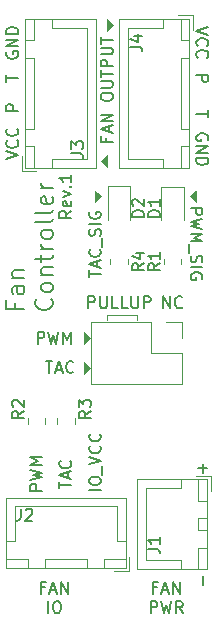
<source format=gto>
G04 #@! TF.GenerationSoftware,KiCad,Pcbnew,5.1.9+dfsg1-1*
G04 #@! TF.CreationDate,2022-11-10T16:02:49+09:00*
G04 #@! TF.ProjectId,fan-expander,66616e2d-6578-4706-916e-6465722e6b69,rev?*
G04 #@! TF.SameCoordinates,Original*
G04 #@! TF.FileFunction,Legend,Top*
G04 #@! TF.FilePolarity,Positive*
%FSLAX46Y46*%
G04 Gerber Fmt 4.6, Leading zero omitted, Abs format (unit mm)*
G04 Created by KiCad (PCBNEW 5.1.9+dfsg1-1) date 2022-11-10 16:02:49*
%MOMM*%
%LPD*%
G01*
G04 APERTURE LIST*
%ADD10C,0.150000*%
%ADD11C,0.100000*%
%ADD12C,0.200000*%
%ADD13C,0.120000*%
%ADD14C,5.600000*%
%ADD15O,2.000000X1.700000*%
%ADD16O,1.700000X1.950000*%
%ADD17O,1.950000X1.700000*%
%ADD18R,1.700000X1.700000*%
%ADD19O,1.700000X1.700000*%
G04 APERTURE END LIST*
D10*
X157047619Y-70500000D02*
X158047619Y-70500000D01*
X158047619Y-70880952D01*
X158000000Y-70976190D01*
X157952380Y-71023809D01*
X157857142Y-71071428D01*
X157714285Y-71071428D01*
X157619047Y-71023809D01*
X157571428Y-70976190D01*
X157523809Y-70880952D01*
X157523809Y-70500000D01*
X158047619Y-71404761D02*
X157047619Y-71642857D01*
X157761904Y-71833333D01*
X157047619Y-72023809D01*
X158047619Y-72261904D01*
X157047619Y-72642857D02*
X158047619Y-72642857D01*
X157333333Y-72976190D01*
X158047619Y-73309523D01*
X157047619Y-73309523D01*
X156952380Y-73547619D02*
X156952380Y-74309523D01*
X157095238Y-74500000D02*
X157047619Y-74642857D01*
X157047619Y-74880952D01*
X157095238Y-74976190D01*
X157142857Y-75023809D01*
X157238095Y-75071428D01*
X157333333Y-75071428D01*
X157428571Y-75023809D01*
X157476190Y-74976190D01*
X157523809Y-74880952D01*
X157571428Y-74690476D01*
X157619047Y-74595238D01*
X157666666Y-74547619D01*
X157761904Y-74500000D01*
X157857142Y-74500000D01*
X157952380Y-74547619D01*
X158000000Y-74595238D01*
X158047619Y-74690476D01*
X158047619Y-74928571D01*
X158000000Y-75071428D01*
X157047619Y-75500000D02*
X158047619Y-75500000D01*
X158000000Y-76500000D02*
X158047619Y-76404761D01*
X158047619Y-76261904D01*
X158000000Y-76119047D01*
X157904761Y-76023809D01*
X157809523Y-75976190D01*
X157619047Y-75928571D01*
X157476190Y-75928571D01*
X157285714Y-75976190D01*
X157190476Y-76023809D01*
X157095238Y-76119047D01*
X157047619Y-76261904D01*
X157047619Y-76357142D01*
X157095238Y-76500000D01*
X157142857Y-76547619D01*
X157476190Y-76547619D01*
X157476190Y-76357142D01*
X148452380Y-76309523D02*
X148452380Y-75738095D01*
X149452380Y-76023809D02*
X148452380Y-76023809D01*
X149166666Y-75452380D02*
X149166666Y-74976190D01*
X149452380Y-75547619D02*
X148452380Y-75214285D01*
X149452380Y-74880952D01*
X149357142Y-73976190D02*
X149404761Y-74023809D01*
X149452380Y-74166666D01*
X149452380Y-74261904D01*
X149404761Y-74404761D01*
X149309523Y-74500000D01*
X149214285Y-74547619D01*
X149023809Y-74595238D01*
X148880952Y-74595238D01*
X148690476Y-74547619D01*
X148595238Y-74500000D01*
X148500000Y-74404761D01*
X148452380Y-74261904D01*
X148452380Y-74166666D01*
X148500000Y-74023809D01*
X148547619Y-73976190D01*
X149547619Y-73785714D02*
X149547619Y-73023809D01*
X149404761Y-72833333D02*
X149452380Y-72690476D01*
X149452380Y-72452380D01*
X149404761Y-72357142D01*
X149357142Y-72309523D01*
X149261904Y-72261904D01*
X149166666Y-72261904D01*
X149071428Y-72309523D01*
X149023809Y-72357142D01*
X148976190Y-72452380D01*
X148928571Y-72642857D01*
X148880952Y-72738095D01*
X148833333Y-72785714D01*
X148738095Y-72833333D01*
X148642857Y-72833333D01*
X148547619Y-72785714D01*
X148500000Y-72738095D01*
X148452380Y-72642857D01*
X148452380Y-72404761D01*
X148500000Y-72261904D01*
X149452380Y-71833333D02*
X148452380Y-71833333D01*
X148500000Y-70833333D02*
X148452380Y-70928571D01*
X148452380Y-71071428D01*
X148500000Y-71214285D01*
X148595238Y-71309523D01*
X148690476Y-71357142D01*
X148880952Y-71404761D01*
X149023809Y-71404761D01*
X149214285Y-71357142D01*
X149309523Y-71309523D01*
X149404761Y-71214285D01*
X149452380Y-71071428D01*
X149452380Y-70976190D01*
X149404761Y-70833333D01*
X149357142Y-70785714D01*
X149023809Y-70785714D01*
X149023809Y-70976190D01*
D11*
G36*
X157500000Y-70000000D02*
G01*
X157000000Y-69500000D01*
X157500000Y-69000000D01*
X157500000Y-70000000D01*
G37*
X157500000Y-70000000D02*
X157000000Y-69500000D01*
X157500000Y-69000000D01*
X157500000Y-70000000D01*
G36*
X149500000Y-69500000D02*
G01*
X149000000Y-70000000D01*
X149000000Y-69000000D01*
X149500000Y-69500000D01*
G37*
X149500000Y-69500000D02*
X149000000Y-70000000D01*
X149000000Y-69000000D01*
X149500000Y-69500000D01*
D10*
X146952380Y-70714285D02*
X146476190Y-71047619D01*
X146952380Y-71285714D02*
X145952380Y-71285714D01*
X145952380Y-70904761D01*
X146000000Y-70809523D01*
X146047619Y-70761904D01*
X146142857Y-70714285D01*
X146285714Y-70714285D01*
X146380952Y-70761904D01*
X146428571Y-70809523D01*
X146476190Y-70904761D01*
X146476190Y-71285714D01*
X146904761Y-69904761D02*
X146952380Y-70000000D01*
X146952380Y-70190476D01*
X146904761Y-70285714D01*
X146809523Y-70333333D01*
X146428571Y-70333333D01*
X146333333Y-70285714D01*
X146285714Y-70190476D01*
X146285714Y-70000000D01*
X146333333Y-69904761D01*
X146428571Y-69857142D01*
X146523809Y-69857142D01*
X146619047Y-70333333D01*
X146285714Y-69523809D02*
X146952380Y-69285714D01*
X146285714Y-69047619D01*
X146857142Y-68666666D02*
X146904761Y-68619047D01*
X146952380Y-68666666D01*
X146904761Y-68714285D01*
X146857142Y-68666666D01*
X146952380Y-68666666D01*
X146952380Y-67666666D02*
X146952380Y-68238095D01*
X146952380Y-67952380D02*
X145952380Y-67952380D01*
X146095238Y-68047619D01*
X146190476Y-68142857D01*
X146238095Y-68238095D01*
D12*
X142167857Y-78512857D02*
X142167857Y-79012857D01*
X142953571Y-79012857D02*
X141453571Y-79012857D01*
X141453571Y-78298571D01*
X142953571Y-77084285D02*
X142167857Y-77084285D01*
X142025000Y-77155714D01*
X141953571Y-77298571D01*
X141953571Y-77584285D01*
X142025000Y-77727142D01*
X142882142Y-77084285D02*
X142953571Y-77227142D01*
X142953571Y-77584285D01*
X142882142Y-77727142D01*
X142739285Y-77798571D01*
X142596428Y-77798571D01*
X142453571Y-77727142D01*
X142382142Y-77584285D01*
X142382142Y-77227142D01*
X142310714Y-77084285D01*
X141953571Y-76370000D02*
X142953571Y-76370000D01*
X142096428Y-76370000D02*
X142025000Y-76298571D01*
X141953571Y-76155714D01*
X141953571Y-75941428D01*
X142025000Y-75798571D01*
X142167857Y-75727142D01*
X142953571Y-75727142D01*
X145260714Y-78155714D02*
X145332142Y-78227142D01*
X145403571Y-78441428D01*
X145403571Y-78584285D01*
X145332142Y-78798571D01*
X145189285Y-78941428D01*
X145046428Y-79012857D01*
X144760714Y-79084285D01*
X144546428Y-79084285D01*
X144260714Y-79012857D01*
X144117857Y-78941428D01*
X143975000Y-78798571D01*
X143903571Y-78584285D01*
X143903571Y-78441428D01*
X143975000Y-78227142D01*
X144046428Y-78155714D01*
X145403571Y-77298571D02*
X145332142Y-77441428D01*
X145260714Y-77512857D01*
X145117857Y-77584285D01*
X144689285Y-77584285D01*
X144546428Y-77512857D01*
X144475000Y-77441428D01*
X144403571Y-77298571D01*
X144403571Y-77084285D01*
X144475000Y-76941428D01*
X144546428Y-76870000D01*
X144689285Y-76798571D01*
X145117857Y-76798571D01*
X145260714Y-76870000D01*
X145332142Y-76941428D01*
X145403571Y-77084285D01*
X145403571Y-77298571D01*
X144403571Y-76155714D02*
X145403571Y-76155714D01*
X144546428Y-76155714D02*
X144475000Y-76084285D01*
X144403571Y-75941428D01*
X144403571Y-75727142D01*
X144475000Y-75584285D01*
X144617857Y-75512857D01*
X145403571Y-75512857D01*
X144403571Y-75012857D02*
X144403571Y-74441428D01*
X143903571Y-74798571D02*
X145189285Y-74798571D01*
X145332142Y-74727142D01*
X145403571Y-74584285D01*
X145403571Y-74441428D01*
X145403571Y-73941428D02*
X144403571Y-73941428D01*
X144689285Y-73941428D02*
X144546428Y-73870000D01*
X144475000Y-73798571D01*
X144403571Y-73655714D01*
X144403571Y-73512857D01*
X145403571Y-72798571D02*
X145332142Y-72941428D01*
X145260714Y-73012857D01*
X145117857Y-73084285D01*
X144689285Y-73084285D01*
X144546428Y-73012857D01*
X144475000Y-72941428D01*
X144403571Y-72798571D01*
X144403571Y-72584285D01*
X144475000Y-72441428D01*
X144546428Y-72370000D01*
X144689285Y-72298571D01*
X145117857Y-72298571D01*
X145260714Y-72370000D01*
X145332142Y-72441428D01*
X145403571Y-72584285D01*
X145403571Y-72798571D01*
X145403571Y-71441428D02*
X145332142Y-71584285D01*
X145189285Y-71655714D01*
X143903571Y-71655714D01*
X145403571Y-70655714D02*
X145332142Y-70798571D01*
X145189285Y-70870000D01*
X143903571Y-70870000D01*
X145332142Y-69512857D02*
X145403571Y-69655714D01*
X145403571Y-69941428D01*
X145332142Y-70084285D01*
X145189285Y-70155714D01*
X144617857Y-70155714D01*
X144475000Y-70084285D01*
X144403571Y-69941428D01*
X144403571Y-69655714D01*
X144475000Y-69512857D01*
X144617857Y-69441428D01*
X144760714Y-69441428D01*
X144903571Y-70155714D01*
X145403571Y-68798571D02*
X144403571Y-68798571D01*
X144689285Y-68798571D02*
X144546428Y-68727142D01*
X144475000Y-68655714D01*
X144403571Y-68512857D01*
X144403571Y-68370000D01*
D11*
G36*
X148500000Y-84000000D02*
G01*
X148000000Y-84500000D01*
X148000000Y-83500000D01*
X148500000Y-84000000D01*
G37*
X148500000Y-84000000D02*
X148000000Y-84500000D01*
X148000000Y-83500000D01*
X148500000Y-84000000D01*
G36*
X148500000Y-81500000D02*
G01*
X148000000Y-82000000D01*
X148000000Y-81000000D01*
X148500000Y-81500000D01*
G37*
X148500000Y-81500000D02*
X148000000Y-82000000D01*
X148000000Y-81000000D01*
X148500000Y-81500000D01*
D13*
X152500000Y-79500000D02*
X152500000Y-80000000D01*
X150000000Y-79500000D02*
X152500000Y-79500000D01*
X150000000Y-80000000D02*
X150000000Y-79500000D01*
D10*
X154714285Y-78952380D02*
X154714285Y-77952380D01*
X155285714Y-78952380D01*
X155285714Y-77952380D01*
X156333333Y-78857142D02*
X156285714Y-78904761D01*
X156142857Y-78952380D01*
X156047619Y-78952380D01*
X155904761Y-78904761D01*
X155809523Y-78809523D01*
X155761904Y-78714285D01*
X155714285Y-78523809D01*
X155714285Y-78380952D01*
X155761904Y-78190476D01*
X155809523Y-78095238D01*
X155904761Y-78000000D01*
X156047619Y-77952380D01*
X156142857Y-77952380D01*
X156285714Y-78000000D01*
X156333333Y-78047619D01*
X148380952Y-78952380D02*
X148380952Y-77952380D01*
X148761904Y-77952380D01*
X148857142Y-78000000D01*
X148904761Y-78047619D01*
X148952380Y-78142857D01*
X148952380Y-78285714D01*
X148904761Y-78380952D01*
X148857142Y-78428571D01*
X148761904Y-78476190D01*
X148380952Y-78476190D01*
X149380952Y-77952380D02*
X149380952Y-78761904D01*
X149428571Y-78857142D01*
X149476190Y-78904761D01*
X149571428Y-78952380D01*
X149761904Y-78952380D01*
X149857142Y-78904761D01*
X149904761Y-78857142D01*
X149952380Y-78761904D01*
X149952380Y-77952380D01*
X150904761Y-78952380D02*
X150428571Y-78952380D01*
X150428571Y-77952380D01*
X151714285Y-78952380D02*
X151238095Y-78952380D01*
X151238095Y-77952380D01*
X152047619Y-77952380D02*
X152047619Y-78761904D01*
X152095238Y-78857142D01*
X152142857Y-78904761D01*
X152238095Y-78952380D01*
X152428571Y-78952380D01*
X152523809Y-78904761D01*
X152571428Y-78857142D01*
X152619047Y-78761904D01*
X152619047Y-77952380D01*
X153095238Y-78952380D02*
X153095238Y-77952380D01*
X153476190Y-77952380D01*
X153571428Y-78000000D01*
X153619047Y-78047619D01*
X153666666Y-78142857D01*
X153666666Y-78285714D01*
X153619047Y-78380952D01*
X153571428Y-78428571D01*
X153476190Y-78476190D01*
X153095238Y-78476190D01*
X144095238Y-81952380D02*
X144095238Y-80952380D01*
X144476190Y-80952380D01*
X144571428Y-81000000D01*
X144619047Y-81047619D01*
X144666666Y-81142857D01*
X144666666Y-81285714D01*
X144619047Y-81380952D01*
X144571428Y-81428571D01*
X144476190Y-81476190D01*
X144095238Y-81476190D01*
X145000000Y-80952380D02*
X145238095Y-81952380D01*
X145428571Y-81238095D01*
X145619047Y-81952380D01*
X145857142Y-80952380D01*
X146238095Y-81952380D02*
X146238095Y-80952380D01*
X146571428Y-81666666D01*
X146904761Y-80952380D01*
X146904761Y-81952380D01*
X144785714Y-83452380D02*
X145357142Y-83452380D01*
X145071428Y-84452380D02*
X145071428Y-83452380D01*
X145642857Y-84166666D02*
X146119047Y-84166666D01*
X145547619Y-84452380D02*
X145880952Y-83452380D01*
X146214285Y-84452380D01*
X147119047Y-84357142D02*
X147071428Y-84404761D01*
X146928571Y-84452380D01*
X146833333Y-84452380D01*
X146690476Y-84404761D01*
X146595238Y-84309523D01*
X146547619Y-84214285D01*
X146500000Y-84023809D01*
X146500000Y-83880952D01*
X146547619Y-83690476D01*
X146595238Y-83595238D01*
X146690476Y-83500000D01*
X146833333Y-83452380D01*
X146928571Y-83452380D01*
X147071428Y-83500000D01*
X147119047Y-83547619D01*
X149452380Y-94333333D02*
X148452380Y-94333333D01*
X148452380Y-93666666D02*
X148452380Y-93476190D01*
X148500000Y-93380952D01*
X148595238Y-93285714D01*
X148785714Y-93238095D01*
X149119047Y-93238095D01*
X149309523Y-93285714D01*
X149404761Y-93380952D01*
X149452380Y-93476190D01*
X149452380Y-93666666D01*
X149404761Y-93761904D01*
X149309523Y-93857142D01*
X149119047Y-93904761D01*
X148785714Y-93904761D01*
X148595238Y-93857142D01*
X148500000Y-93761904D01*
X148452380Y-93666666D01*
X149547619Y-93047619D02*
X149547619Y-92285714D01*
X148452380Y-92190476D02*
X149452380Y-91857142D01*
X148452380Y-91523809D01*
X149357142Y-90619047D02*
X149404761Y-90666666D01*
X149452380Y-90809523D01*
X149452380Y-90904761D01*
X149404761Y-91047619D01*
X149309523Y-91142857D01*
X149214285Y-91190476D01*
X149023809Y-91238095D01*
X148880952Y-91238095D01*
X148690476Y-91190476D01*
X148595238Y-91142857D01*
X148500000Y-91047619D01*
X148452380Y-90904761D01*
X148452380Y-90809523D01*
X148500000Y-90666666D01*
X148547619Y-90619047D01*
X149357142Y-89619047D02*
X149404761Y-89666666D01*
X149452380Y-89809523D01*
X149452380Y-89904761D01*
X149404761Y-90047619D01*
X149309523Y-90142857D01*
X149214285Y-90190476D01*
X149023809Y-90238095D01*
X148880952Y-90238095D01*
X148690476Y-90190476D01*
X148595238Y-90142857D01*
X148500000Y-90047619D01*
X148452380Y-89904761D01*
X148452380Y-89809523D01*
X148500000Y-89666666D01*
X148547619Y-89619047D01*
X145952380Y-94214285D02*
X145952380Y-93642857D01*
X146952380Y-93928571D02*
X145952380Y-93928571D01*
X146666666Y-93357142D02*
X146666666Y-92880952D01*
X146952380Y-93452380D02*
X145952380Y-93119047D01*
X146952380Y-92785714D01*
X146857142Y-91880952D02*
X146904761Y-91928571D01*
X146952380Y-92071428D01*
X146952380Y-92166666D01*
X146904761Y-92309523D01*
X146809523Y-92404761D01*
X146714285Y-92452380D01*
X146523809Y-92500000D01*
X146380952Y-92500000D01*
X146190476Y-92452380D01*
X146095238Y-92404761D01*
X146000000Y-92309523D01*
X145952380Y-92166666D01*
X145952380Y-92071428D01*
X146000000Y-91928571D01*
X146047619Y-91880952D01*
X144452380Y-94404761D02*
X143452380Y-94404761D01*
X143452380Y-94023809D01*
X143500000Y-93928571D01*
X143547619Y-93880952D01*
X143642857Y-93833333D01*
X143785714Y-93833333D01*
X143880952Y-93880952D01*
X143928571Y-93928571D01*
X143976190Y-94023809D01*
X143976190Y-94404761D01*
X143452380Y-93500000D02*
X144452380Y-93261904D01*
X143738095Y-93071428D01*
X144452380Y-92880952D01*
X143452380Y-92642857D01*
X144452380Y-92261904D02*
X143452380Y-92261904D01*
X144166666Y-91928571D01*
X143452380Y-91595238D01*
X144452380Y-91595238D01*
X144690476Y-102603571D02*
X144357142Y-102603571D01*
X144357142Y-103127380D02*
X144357142Y-102127380D01*
X144833333Y-102127380D01*
X145166666Y-102841666D02*
X145642857Y-102841666D01*
X145071428Y-103127380D02*
X145404761Y-102127380D01*
X145738095Y-103127380D01*
X146071428Y-103127380D02*
X146071428Y-102127380D01*
X146642857Y-103127380D01*
X146642857Y-102127380D01*
X144976190Y-104777380D02*
X144976190Y-103777380D01*
X145642857Y-103777380D02*
X145833333Y-103777380D01*
X145928571Y-103825000D01*
X146023809Y-103920238D01*
X146071428Y-104110714D01*
X146071428Y-104444047D01*
X146023809Y-104634523D01*
X145928571Y-104729761D01*
X145833333Y-104777380D01*
X145642857Y-104777380D01*
X145547619Y-104729761D01*
X145452380Y-104634523D01*
X145404761Y-104444047D01*
X145404761Y-104110714D01*
X145452380Y-103920238D01*
X145547619Y-103825000D01*
X145642857Y-103777380D01*
X158071428Y-92880952D02*
X158071428Y-92119047D01*
X158452380Y-92500000D02*
X157690476Y-92500000D01*
X158071428Y-102380952D02*
X158071428Y-101619047D01*
X154190476Y-102603571D02*
X153857142Y-102603571D01*
X153857142Y-103127380D02*
X153857142Y-102127380D01*
X154333333Y-102127380D01*
X154666666Y-102841666D02*
X155142857Y-102841666D01*
X154571428Y-103127380D02*
X154904761Y-102127380D01*
X155238095Y-103127380D01*
X155571428Y-103127380D02*
X155571428Y-102127380D01*
X156142857Y-103127380D01*
X156142857Y-102127380D01*
X153666666Y-104777380D02*
X153666666Y-103777380D01*
X154047619Y-103777380D01*
X154142857Y-103825000D01*
X154190476Y-103872619D01*
X154238095Y-103967857D01*
X154238095Y-104110714D01*
X154190476Y-104205952D01*
X154142857Y-104253571D01*
X154047619Y-104301190D01*
X153666666Y-104301190D01*
X154571428Y-103777380D02*
X154809523Y-104777380D01*
X155000000Y-104063095D01*
X155190476Y-104777380D01*
X155428571Y-103777380D01*
X156380952Y-104777380D02*
X156047619Y-104301190D01*
X155809523Y-104777380D02*
X155809523Y-103777380D01*
X156190476Y-103777380D01*
X156285714Y-103825000D01*
X156333333Y-103872619D01*
X156380952Y-103967857D01*
X156380952Y-104110714D01*
X156333333Y-104205952D01*
X156285714Y-104253571D01*
X156190476Y-104301190D01*
X155809523Y-104301190D01*
X141452380Y-66333333D02*
X142452380Y-66000000D01*
X141452380Y-65666666D01*
X142357142Y-64761904D02*
X142404761Y-64809523D01*
X142452380Y-64952380D01*
X142452380Y-65047619D01*
X142404761Y-65190476D01*
X142309523Y-65285714D01*
X142214285Y-65333333D01*
X142023809Y-65380952D01*
X141880952Y-65380952D01*
X141690476Y-65333333D01*
X141595238Y-65285714D01*
X141500000Y-65190476D01*
X141452380Y-65047619D01*
X141452380Y-64952380D01*
X141500000Y-64809523D01*
X141547619Y-64761904D01*
X142357142Y-63761904D02*
X142404761Y-63809523D01*
X142452380Y-63952380D01*
X142452380Y-64047619D01*
X142404761Y-64190476D01*
X142309523Y-64285714D01*
X142214285Y-64333333D01*
X142023809Y-64380952D01*
X141880952Y-64380952D01*
X141690476Y-64333333D01*
X141595238Y-64285714D01*
X141500000Y-64190476D01*
X141452380Y-64047619D01*
X141452380Y-63952380D01*
X141500000Y-63809523D01*
X141547619Y-63761904D01*
X158547619Y-55166666D02*
X157547619Y-55500000D01*
X158547619Y-55833333D01*
X157642857Y-56738095D02*
X157595238Y-56690476D01*
X157547619Y-56547619D01*
X157547619Y-56452380D01*
X157595238Y-56309523D01*
X157690476Y-56214285D01*
X157785714Y-56166666D01*
X157976190Y-56119047D01*
X158119047Y-56119047D01*
X158309523Y-56166666D01*
X158404761Y-56214285D01*
X158500000Y-56309523D01*
X158547619Y-56452380D01*
X158547619Y-56547619D01*
X158500000Y-56690476D01*
X158452380Y-56738095D01*
X157642857Y-57738095D02*
X157595238Y-57690476D01*
X157547619Y-57547619D01*
X157547619Y-57452380D01*
X157595238Y-57309523D01*
X157690476Y-57214285D01*
X157785714Y-57166666D01*
X157976190Y-57119047D01*
X158119047Y-57119047D01*
X158309523Y-57166666D01*
X158404761Y-57214285D01*
X158500000Y-57309523D01*
X158547619Y-57452380D01*
X158547619Y-57547619D01*
X158500000Y-57690476D01*
X158452380Y-57738095D01*
X157547619Y-59238095D02*
X158547619Y-59238095D01*
X158547619Y-59619047D01*
X158500000Y-59714285D01*
X158452380Y-59761904D01*
X158357142Y-59809523D01*
X158214285Y-59809523D01*
X158119047Y-59761904D01*
X158071428Y-59714285D01*
X158023809Y-59619047D01*
X158023809Y-59238095D01*
X142452380Y-62261904D02*
X141452380Y-62261904D01*
X141452380Y-61880952D01*
X141500000Y-61785714D01*
X141547619Y-61738095D01*
X141642857Y-61690476D01*
X141785714Y-61690476D01*
X141880952Y-61738095D01*
X141928571Y-61785714D01*
X141976190Y-61880952D01*
X141976190Y-62261904D01*
X158547619Y-62214285D02*
X158547619Y-62785714D01*
X157547619Y-62500000D02*
X158547619Y-62500000D01*
X141452380Y-59785714D02*
X141452380Y-59214285D01*
X142452380Y-59500000D02*
X141452380Y-59500000D01*
X158500000Y-64738095D02*
X158547619Y-64642857D01*
X158547619Y-64500000D01*
X158500000Y-64357142D01*
X158404761Y-64261904D01*
X158309523Y-64214285D01*
X158119047Y-64166666D01*
X157976190Y-64166666D01*
X157785714Y-64214285D01*
X157690476Y-64261904D01*
X157595238Y-64357142D01*
X157547619Y-64500000D01*
X157547619Y-64595238D01*
X157595238Y-64738095D01*
X157642857Y-64785714D01*
X157976190Y-64785714D01*
X157976190Y-64595238D01*
X157547619Y-65214285D02*
X158547619Y-65214285D01*
X157547619Y-65785714D01*
X158547619Y-65785714D01*
X157547619Y-66261904D02*
X158547619Y-66261904D01*
X158547619Y-66500000D01*
X158500000Y-66642857D01*
X158404761Y-66738095D01*
X158309523Y-66785714D01*
X158119047Y-66833333D01*
X157976190Y-66833333D01*
X157785714Y-66785714D01*
X157690476Y-66738095D01*
X157595238Y-66642857D01*
X157547619Y-66500000D01*
X157547619Y-66261904D01*
X141500000Y-57261904D02*
X141452380Y-57357142D01*
X141452380Y-57500000D01*
X141500000Y-57642857D01*
X141595238Y-57738095D01*
X141690476Y-57785714D01*
X141880952Y-57833333D01*
X142023809Y-57833333D01*
X142214285Y-57785714D01*
X142309523Y-57738095D01*
X142404761Y-57642857D01*
X142452380Y-57500000D01*
X142452380Y-57404761D01*
X142404761Y-57261904D01*
X142357142Y-57214285D01*
X142023809Y-57214285D01*
X142023809Y-57404761D01*
X142452380Y-56785714D02*
X141452380Y-56785714D01*
X142452380Y-56214285D01*
X141452380Y-56214285D01*
X142452380Y-55738095D02*
X141452380Y-55738095D01*
X141452380Y-55500000D01*
X141500000Y-55357142D01*
X141595238Y-55261904D01*
X141690476Y-55214285D01*
X141880952Y-55166666D01*
X142023809Y-55166666D01*
X142214285Y-55214285D01*
X142309523Y-55261904D01*
X142404761Y-55357142D01*
X142452380Y-55500000D01*
X142452380Y-55738095D01*
X149928571Y-64523809D02*
X149928571Y-64857142D01*
X150452380Y-64857142D02*
X149452380Y-64857142D01*
X149452380Y-64380952D01*
X150166666Y-64047619D02*
X150166666Y-63571428D01*
X150452380Y-64142857D02*
X149452380Y-63809523D01*
X150452380Y-63476190D01*
X150452380Y-63142857D02*
X149452380Y-63142857D01*
X150452380Y-62571428D01*
X149452380Y-62571428D01*
X149452380Y-61142857D02*
X149452380Y-60952380D01*
X149500000Y-60857142D01*
X149595238Y-60761904D01*
X149785714Y-60714285D01*
X150119047Y-60714285D01*
X150309523Y-60761904D01*
X150404761Y-60857142D01*
X150452380Y-60952380D01*
X150452380Y-61142857D01*
X150404761Y-61238095D01*
X150309523Y-61333333D01*
X150119047Y-61380952D01*
X149785714Y-61380952D01*
X149595238Y-61333333D01*
X149500000Y-61238095D01*
X149452380Y-61142857D01*
X149452380Y-60285714D02*
X150261904Y-60285714D01*
X150357142Y-60238095D01*
X150404761Y-60190476D01*
X150452380Y-60095238D01*
X150452380Y-59904761D01*
X150404761Y-59809523D01*
X150357142Y-59761904D01*
X150261904Y-59714285D01*
X149452380Y-59714285D01*
X149452380Y-59380952D02*
X149452380Y-58809523D01*
X150452380Y-59095238D02*
X149452380Y-59095238D01*
X150452380Y-58476190D02*
X149452380Y-58476190D01*
X149452380Y-58095238D01*
X149500000Y-58000000D01*
X149547619Y-57952380D01*
X149642857Y-57904761D01*
X149785714Y-57904761D01*
X149880952Y-57952380D01*
X149928571Y-58000000D01*
X149976190Y-58095238D01*
X149976190Y-58476190D01*
X149452380Y-57476190D02*
X150261904Y-57476190D01*
X150357142Y-57428571D01*
X150404761Y-57380952D01*
X150452380Y-57285714D01*
X150452380Y-57095238D01*
X150404761Y-57000000D01*
X150357142Y-56952380D01*
X150261904Y-56904761D01*
X149452380Y-56904761D01*
X149452380Y-56571428D02*
X149452380Y-56000000D01*
X150452380Y-56285714D02*
X149452380Y-56285714D01*
D11*
G36*
X150500000Y-55000000D02*
G01*
X150000000Y-55500000D01*
X150000000Y-54500000D01*
X150500000Y-55000000D01*
G37*
X150500000Y-55000000D02*
X150000000Y-55500000D01*
X150000000Y-54500000D01*
X150500000Y-55000000D01*
G36*
X150000000Y-67000000D02*
G01*
X149500000Y-66500000D01*
X150000000Y-66000000D01*
X150000000Y-67000000D01*
G37*
X150000000Y-67000000D02*
X149500000Y-66500000D01*
X150000000Y-66000000D01*
X150000000Y-67000000D01*
D13*
X156460000Y-71525000D02*
X156460000Y-68665000D01*
X156460000Y-68665000D02*
X154540000Y-68665000D01*
X154540000Y-68665000D02*
X154540000Y-71525000D01*
X158460000Y-93440000D02*
X152490000Y-93440000D01*
X152490000Y-93440000D02*
X152490000Y-101060000D01*
X152490000Y-101060000D02*
X158460000Y-101060000D01*
X158460000Y-101060000D02*
X158460000Y-93440000D01*
X158450000Y-96750000D02*
X157700000Y-96750000D01*
X157700000Y-96750000D02*
X157700000Y-97750000D01*
X157700000Y-97750000D02*
X158450000Y-97750000D01*
X158450000Y-97750000D02*
X158450000Y-96750000D01*
X158450000Y-93450000D02*
X157700000Y-93450000D01*
X157700000Y-93450000D02*
X157700000Y-95250000D01*
X157700000Y-95250000D02*
X158450000Y-95250000D01*
X158450000Y-95250000D02*
X158450000Y-93450000D01*
X158450000Y-99250000D02*
X157700000Y-99250000D01*
X157700000Y-99250000D02*
X157700000Y-101050000D01*
X157700000Y-101050000D02*
X158450000Y-101050000D01*
X158450000Y-101050000D02*
X158450000Y-99250000D01*
X156200000Y-93450000D02*
X156200000Y-94200000D01*
X156200000Y-94200000D02*
X153250000Y-94200000D01*
X153250000Y-94200000D02*
X153250000Y-97250000D01*
X156200000Y-101050000D02*
X156200000Y-100300000D01*
X156200000Y-100300000D02*
X153250000Y-100300000D01*
X153250000Y-100300000D02*
X153250000Y-97250000D01*
X158750000Y-94400000D02*
X158750000Y-93150000D01*
X158750000Y-93150000D02*
X157500000Y-93150000D01*
X151560000Y-100960000D02*
X151560000Y-94990000D01*
X151560000Y-94990000D02*
X141440000Y-94990000D01*
X141440000Y-94990000D02*
X141440000Y-100960000D01*
X141440000Y-100960000D02*
X151560000Y-100960000D01*
X148250000Y-100950000D02*
X148250000Y-100200000D01*
X148250000Y-100200000D02*
X144750000Y-100200000D01*
X144750000Y-100200000D02*
X144750000Y-100950000D01*
X144750000Y-100950000D02*
X148250000Y-100950000D01*
X151550000Y-100950000D02*
X151550000Y-100200000D01*
X151550000Y-100200000D02*
X149750000Y-100200000D01*
X149750000Y-100200000D02*
X149750000Y-100950000D01*
X149750000Y-100950000D02*
X151550000Y-100950000D01*
X143250000Y-100950000D02*
X143250000Y-100200000D01*
X143250000Y-100200000D02*
X141450000Y-100200000D01*
X141450000Y-100200000D02*
X141450000Y-100950000D01*
X141450000Y-100950000D02*
X143250000Y-100950000D01*
X151550000Y-98700000D02*
X150800000Y-98700000D01*
X150800000Y-98700000D02*
X150800000Y-95750000D01*
X150800000Y-95750000D02*
X146500000Y-95750000D01*
X141450000Y-98700000D02*
X142200000Y-98700000D01*
X142200000Y-98700000D02*
X142200000Y-95750000D01*
X142200000Y-95750000D02*
X146500000Y-95750000D01*
X150600000Y-101250000D02*
X151850000Y-101250000D01*
X151850000Y-101250000D02*
X151850000Y-100000000D01*
X143040000Y-67060000D02*
X149010000Y-67060000D01*
X149010000Y-67060000D02*
X149010000Y-54440000D01*
X149010000Y-54440000D02*
X143040000Y-54440000D01*
X143040000Y-54440000D02*
X143040000Y-67060000D01*
X143050000Y-63750000D02*
X143800000Y-63750000D01*
X143800000Y-63750000D02*
X143800000Y-57750000D01*
X143800000Y-57750000D02*
X143050000Y-57750000D01*
X143050000Y-57750000D02*
X143050000Y-63750000D01*
X143050000Y-67050000D02*
X143800000Y-67050000D01*
X143800000Y-67050000D02*
X143800000Y-65250000D01*
X143800000Y-65250000D02*
X143050000Y-65250000D01*
X143050000Y-65250000D02*
X143050000Y-67050000D01*
X143050000Y-56250000D02*
X143800000Y-56250000D01*
X143800000Y-56250000D02*
X143800000Y-54450000D01*
X143800000Y-54450000D02*
X143050000Y-54450000D01*
X143050000Y-54450000D02*
X143050000Y-56250000D01*
X145300000Y-67050000D02*
X145300000Y-66300000D01*
X145300000Y-66300000D02*
X148250000Y-66300000D01*
X148250000Y-66300000D02*
X148250000Y-60750000D01*
X145300000Y-54450000D02*
X145300000Y-55200000D01*
X145300000Y-55200000D02*
X148250000Y-55200000D01*
X148250000Y-55200000D02*
X148250000Y-60750000D01*
X142750000Y-66100000D02*
X142750000Y-67350000D01*
X142750000Y-67350000D02*
X144000000Y-67350000D01*
X157250000Y-54150000D02*
X156000000Y-54150000D01*
X157250000Y-55400000D02*
X157250000Y-54150000D01*
X151750000Y-66300000D02*
X151750000Y-60750000D01*
X154700000Y-66300000D02*
X151750000Y-66300000D01*
X154700000Y-67050000D02*
X154700000Y-66300000D01*
X151750000Y-55200000D02*
X151750000Y-60750000D01*
X154700000Y-55200000D02*
X151750000Y-55200000D01*
X154700000Y-54450000D02*
X154700000Y-55200000D01*
X156950000Y-67050000D02*
X156950000Y-65250000D01*
X156200000Y-67050000D02*
X156950000Y-67050000D01*
X156200000Y-65250000D02*
X156200000Y-67050000D01*
X156950000Y-65250000D02*
X156200000Y-65250000D01*
X156950000Y-56250000D02*
X156950000Y-54450000D01*
X156200000Y-56250000D02*
X156950000Y-56250000D01*
X156200000Y-54450000D02*
X156200000Y-56250000D01*
X156950000Y-54450000D02*
X156200000Y-54450000D01*
X156950000Y-63750000D02*
X156950000Y-57750000D01*
X156200000Y-63750000D02*
X156950000Y-63750000D01*
X156200000Y-57750000D02*
X156200000Y-63750000D01*
X156950000Y-57750000D02*
X156200000Y-57750000D01*
X156960000Y-67060000D02*
X156960000Y-54440000D01*
X150990000Y-67060000D02*
X156960000Y-67060000D01*
X150990000Y-54440000D02*
X150990000Y-67060000D01*
X156960000Y-54440000D02*
X150990000Y-54440000D01*
X154765000Y-74772936D02*
X154765000Y-75227064D01*
X156235000Y-74772936D02*
X156235000Y-75227064D01*
X144735000Y-88272936D02*
X144735000Y-88727064D01*
X143265000Y-88272936D02*
X143265000Y-88727064D01*
X147235000Y-88272936D02*
X147235000Y-88727064D01*
X145765000Y-88272936D02*
X145765000Y-88727064D01*
X148590000Y-80170000D02*
X148590000Y-85370000D01*
X153730000Y-80170000D02*
X148590000Y-80170000D01*
X156330000Y-85370000D02*
X148590000Y-85370000D01*
X153730000Y-80170000D02*
X153730000Y-82770000D01*
X153730000Y-82770000D02*
X156330000Y-82770000D01*
X156330000Y-82770000D02*
X156330000Y-85370000D01*
X155000000Y-80170000D02*
X156330000Y-80170000D01*
X156330000Y-80170000D02*
X156330000Y-81500000D01*
X151960000Y-71500000D02*
X151960000Y-68640000D01*
X151960000Y-68640000D02*
X150040000Y-68640000D01*
X150040000Y-68640000D02*
X150040000Y-71500000D01*
X151735000Y-74772936D02*
X151735000Y-75227064D01*
X150265000Y-74772936D02*
X150265000Y-75227064D01*
D10*
X154452380Y-71238095D02*
X153452380Y-71238095D01*
X153452380Y-71000000D01*
X153500000Y-70857142D01*
X153595238Y-70761904D01*
X153690476Y-70714285D01*
X153880952Y-70666666D01*
X154023809Y-70666666D01*
X154214285Y-70714285D01*
X154309523Y-70761904D01*
X154404761Y-70857142D01*
X154452380Y-71000000D01*
X154452380Y-71238095D01*
X154452380Y-69714285D02*
X154452380Y-70285714D01*
X154452380Y-70000000D02*
X153452380Y-70000000D01*
X153595238Y-70095238D01*
X153690476Y-70190476D01*
X153738095Y-70285714D01*
X153452380Y-99333333D02*
X154166666Y-99333333D01*
X154309523Y-99380952D01*
X154404761Y-99476190D01*
X154452380Y-99619047D01*
X154452380Y-99714285D01*
X154452380Y-98333333D02*
X154452380Y-98904761D01*
X154452380Y-98619047D02*
X153452380Y-98619047D01*
X153595238Y-98714285D01*
X153690476Y-98809523D01*
X153738095Y-98904761D01*
X142666666Y-95952380D02*
X142666666Y-96666666D01*
X142619047Y-96809523D01*
X142523809Y-96904761D01*
X142380952Y-96952380D01*
X142285714Y-96952380D01*
X143095238Y-96047619D02*
X143142857Y-96000000D01*
X143238095Y-95952380D01*
X143476190Y-95952380D01*
X143571428Y-96000000D01*
X143619047Y-96047619D01*
X143666666Y-96142857D01*
X143666666Y-96238095D01*
X143619047Y-96380952D01*
X143047619Y-96952380D01*
X143666666Y-96952380D01*
X146952380Y-65833333D02*
X147666666Y-65833333D01*
X147809523Y-65880952D01*
X147904761Y-65976190D01*
X147952380Y-66119047D01*
X147952380Y-66214285D01*
X146952380Y-65452380D02*
X146952380Y-64833333D01*
X147333333Y-65166666D01*
X147333333Y-65023809D01*
X147380952Y-64928571D01*
X147428571Y-64880952D01*
X147523809Y-64833333D01*
X147761904Y-64833333D01*
X147857142Y-64880952D01*
X147904761Y-64928571D01*
X147952380Y-65023809D01*
X147952380Y-65309523D01*
X147904761Y-65404761D01*
X147857142Y-65452380D01*
X151952380Y-56833333D02*
X152666666Y-56833333D01*
X152809523Y-56880952D01*
X152904761Y-56976190D01*
X152952380Y-57119047D01*
X152952380Y-57214285D01*
X152285714Y-55928571D02*
X152952380Y-55928571D01*
X151904761Y-56166666D02*
X152619047Y-56404761D01*
X152619047Y-55785714D01*
X154452380Y-75166666D02*
X153976190Y-75500000D01*
X154452380Y-75738095D02*
X153452380Y-75738095D01*
X153452380Y-75357142D01*
X153500000Y-75261904D01*
X153547619Y-75214285D01*
X153642857Y-75166666D01*
X153785714Y-75166666D01*
X153880952Y-75214285D01*
X153928571Y-75261904D01*
X153976190Y-75357142D01*
X153976190Y-75738095D01*
X154452380Y-74214285D02*
X154452380Y-74785714D01*
X154452380Y-74500000D02*
X153452380Y-74500000D01*
X153595238Y-74595238D01*
X153690476Y-74690476D01*
X153738095Y-74785714D01*
X142952380Y-87666666D02*
X142476190Y-88000000D01*
X142952380Y-88238095D02*
X141952380Y-88238095D01*
X141952380Y-87857142D01*
X142000000Y-87761904D01*
X142047619Y-87714285D01*
X142142857Y-87666666D01*
X142285714Y-87666666D01*
X142380952Y-87714285D01*
X142428571Y-87761904D01*
X142476190Y-87857142D01*
X142476190Y-88238095D01*
X142047619Y-87285714D02*
X142000000Y-87238095D01*
X141952380Y-87142857D01*
X141952380Y-86904761D01*
X142000000Y-86809523D01*
X142047619Y-86761904D01*
X142142857Y-86714285D01*
X142238095Y-86714285D01*
X142380952Y-86761904D01*
X142952380Y-87333333D01*
X142952380Y-86714285D01*
X148602380Y-87666666D02*
X148126190Y-88000000D01*
X148602380Y-88238095D02*
X147602380Y-88238095D01*
X147602380Y-87857142D01*
X147650000Y-87761904D01*
X147697619Y-87714285D01*
X147792857Y-87666666D01*
X147935714Y-87666666D01*
X148030952Y-87714285D01*
X148078571Y-87761904D01*
X148126190Y-87857142D01*
X148126190Y-88238095D01*
X147602380Y-87333333D02*
X147602380Y-86714285D01*
X147983333Y-87047619D01*
X147983333Y-86904761D01*
X148030952Y-86809523D01*
X148078571Y-86761904D01*
X148173809Y-86714285D01*
X148411904Y-86714285D01*
X148507142Y-86761904D01*
X148554761Y-86809523D01*
X148602380Y-86904761D01*
X148602380Y-87190476D01*
X148554761Y-87285714D01*
X148507142Y-87333333D01*
X153102380Y-71238095D02*
X152102380Y-71238095D01*
X152102380Y-71000000D01*
X152150000Y-70857142D01*
X152245238Y-70761904D01*
X152340476Y-70714285D01*
X152530952Y-70666666D01*
X152673809Y-70666666D01*
X152864285Y-70714285D01*
X152959523Y-70761904D01*
X153054761Y-70857142D01*
X153102380Y-71000000D01*
X153102380Y-71238095D01*
X152197619Y-70285714D02*
X152150000Y-70238095D01*
X152102380Y-70142857D01*
X152102380Y-69904761D01*
X152150000Y-69809523D01*
X152197619Y-69761904D01*
X152292857Y-69714285D01*
X152388095Y-69714285D01*
X152530952Y-69761904D01*
X153102380Y-70333333D01*
X153102380Y-69714285D01*
X153102380Y-75166666D02*
X152626190Y-75500000D01*
X153102380Y-75738095D02*
X152102380Y-75738095D01*
X152102380Y-75357142D01*
X152150000Y-75261904D01*
X152197619Y-75214285D01*
X152292857Y-75166666D01*
X152435714Y-75166666D01*
X152530952Y-75214285D01*
X152578571Y-75261904D01*
X152626190Y-75357142D01*
X152626190Y-75738095D01*
X152435714Y-74309523D02*
X153102380Y-74309523D01*
X152054761Y-74547619D02*
X152769047Y-74785714D01*
X152769047Y-74166666D01*
%LPC*%
D14*
X150000000Y-50000000D03*
X150000000Y-105000000D03*
G36*
G01*
X155049999Y-68925000D02*
X155950001Y-68925000D01*
G75*
G02*
X156200000Y-69174999I0J-249999D01*
G01*
X156200000Y-69825001D01*
G75*
G02*
X155950001Y-70075000I-249999J0D01*
G01*
X155049999Y-70075000D01*
G75*
G02*
X154800000Y-69825001I0J249999D01*
G01*
X154800000Y-69174999D01*
G75*
G02*
X155049999Y-68925000I249999J0D01*
G01*
G37*
G36*
G01*
X155049999Y-70975000D02*
X155950001Y-70975000D01*
G75*
G02*
X156200000Y-71224999I0J-249999D01*
G01*
X156200000Y-71875001D01*
G75*
G02*
X155950001Y-72125000I-249999J0D01*
G01*
X155049999Y-72125000D01*
G75*
G02*
X154800000Y-71875001I0J249999D01*
G01*
X154800000Y-71224999D01*
G75*
G02*
X155049999Y-70975000I249999J0D01*
G01*
G37*
G36*
G01*
X155250000Y-95150000D02*
X156750000Y-95150000D01*
G75*
G02*
X157000000Y-95400000I0J-250000D01*
G01*
X157000000Y-96600000D01*
G75*
G02*
X156750000Y-96850000I-250000J0D01*
G01*
X155250000Y-96850000D01*
G75*
G02*
X155000000Y-96600000I0J250000D01*
G01*
X155000000Y-95400000D01*
G75*
G02*
X155250000Y-95150000I250000J0D01*
G01*
G37*
D15*
X156000000Y-98500000D03*
G36*
G01*
X149850000Y-97775000D02*
X149850000Y-99225000D01*
G75*
G02*
X149600000Y-99475000I-250000J0D01*
G01*
X148400000Y-99475000D01*
G75*
G02*
X148150000Y-99225000I0J250000D01*
G01*
X148150000Y-97775000D01*
G75*
G02*
X148400000Y-97525000I250000J0D01*
G01*
X149600000Y-97525000D01*
G75*
G02*
X149850000Y-97775000I0J-250000D01*
G01*
G37*
D16*
X146500000Y-98500000D03*
X144000000Y-98500000D03*
G36*
G01*
X146225000Y-65350000D02*
X144775000Y-65350000D01*
G75*
G02*
X144525000Y-65100000I0J250000D01*
G01*
X144525000Y-63900000D01*
G75*
G02*
X144775000Y-63650000I250000J0D01*
G01*
X146225000Y-63650000D01*
G75*
G02*
X146475000Y-63900000I0J-250000D01*
G01*
X146475000Y-65100000D01*
G75*
G02*
X146225000Y-65350000I-250000J0D01*
G01*
G37*
D17*
X145500000Y-62000000D03*
X145500000Y-59500000D03*
X145500000Y-57000000D03*
X154500000Y-64500000D03*
X154500000Y-62000000D03*
X154500000Y-59500000D03*
G36*
G01*
X153775000Y-56150000D02*
X155225000Y-56150000D01*
G75*
G02*
X155475000Y-56400000I0J-250000D01*
G01*
X155475000Y-57600000D01*
G75*
G02*
X155225000Y-57850000I-250000J0D01*
G01*
X153775000Y-57850000D01*
G75*
G02*
X153525000Y-57600000I0J250000D01*
G01*
X153525000Y-56400000D01*
G75*
G02*
X153775000Y-56150000I250000J0D01*
G01*
G37*
G36*
G01*
X155049999Y-75400000D02*
X155950001Y-75400000D01*
G75*
G02*
X156200000Y-75649999I0J-249999D01*
G01*
X156200000Y-76350001D01*
G75*
G02*
X155950001Y-76600000I-249999J0D01*
G01*
X155049999Y-76600000D01*
G75*
G02*
X154800000Y-76350001I0J249999D01*
G01*
X154800000Y-75649999D01*
G75*
G02*
X155049999Y-75400000I249999J0D01*
G01*
G37*
G36*
G01*
X155049999Y-73400000D02*
X155950001Y-73400000D01*
G75*
G02*
X156200000Y-73649999I0J-249999D01*
G01*
X156200000Y-74350001D01*
G75*
G02*
X155950001Y-74600000I-249999J0D01*
G01*
X155049999Y-74600000D01*
G75*
G02*
X154800000Y-74350001I0J249999D01*
G01*
X154800000Y-73649999D01*
G75*
G02*
X155049999Y-73400000I249999J0D01*
G01*
G37*
G36*
G01*
X143549999Y-86900000D02*
X144450001Y-86900000D01*
G75*
G02*
X144700000Y-87149999I0J-249999D01*
G01*
X144700000Y-87850001D01*
G75*
G02*
X144450001Y-88100000I-249999J0D01*
G01*
X143549999Y-88100000D01*
G75*
G02*
X143300000Y-87850001I0J249999D01*
G01*
X143300000Y-87149999D01*
G75*
G02*
X143549999Y-86900000I249999J0D01*
G01*
G37*
G36*
G01*
X143549999Y-88900000D02*
X144450001Y-88900000D01*
G75*
G02*
X144700000Y-89149999I0J-249999D01*
G01*
X144700000Y-89850001D01*
G75*
G02*
X144450001Y-90100000I-249999J0D01*
G01*
X143549999Y-90100000D01*
G75*
G02*
X143300000Y-89850001I0J249999D01*
G01*
X143300000Y-89149999D01*
G75*
G02*
X143549999Y-88900000I249999J0D01*
G01*
G37*
G36*
G01*
X146049999Y-86900000D02*
X146950001Y-86900000D01*
G75*
G02*
X147200000Y-87149999I0J-249999D01*
G01*
X147200000Y-87850001D01*
G75*
G02*
X146950001Y-88100000I-249999J0D01*
G01*
X146049999Y-88100000D01*
G75*
G02*
X145800000Y-87850001I0J249999D01*
G01*
X145800000Y-87149999D01*
G75*
G02*
X146049999Y-86900000I249999J0D01*
G01*
G37*
G36*
G01*
X146049999Y-88900000D02*
X146950001Y-88900000D01*
G75*
G02*
X147200000Y-89149999I0J-249999D01*
G01*
X147200000Y-89850001D01*
G75*
G02*
X146950001Y-90100000I-249999J0D01*
G01*
X146049999Y-90100000D01*
G75*
G02*
X145800000Y-89850001I0J249999D01*
G01*
X145800000Y-89149999D01*
G75*
G02*
X146049999Y-88900000I249999J0D01*
G01*
G37*
D18*
X155000000Y-81500000D03*
D19*
X155000000Y-84040000D03*
X152460000Y-81500000D03*
X152460000Y-84040000D03*
X149920000Y-81500000D03*
X149920000Y-84040000D03*
G36*
G01*
X150549999Y-68900000D02*
X151450001Y-68900000D01*
G75*
G02*
X151700000Y-69149999I0J-249999D01*
G01*
X151700000Y-69800001D01*
G75*
G02*
X151450001Y-70050000I-249999J0D01*
G01*
X150549999Y-70050000D01*
G75*
G02*
X150300000Y-69800001I0J249999D01*
G01*
X150300000Y-69149999D01*
G75*
G02*
X150549999Y-68900000I249999J0D01*
G01*
G37*
G36*
G01*
X150549999Y-70950000D02*
X151450001Y-70950000D01*
G75*
G02*
X151700000Y-71199999I0J-249999D01*
G01*
X151700000Y-71850001D01*
G75*
G02*
X151450001Y-72100000I-249999J0D01*
G01*
X150549999Y-72100000D01*
G75*
G02*
X150300000Y-71850001I0J249999D01*
G01*
X150300000Y-71199999D01*
G75*
G02*
X150549999Y-70950000I249999J0D01*
G01*
G37*
G36*
G01*
X150549999Y-73400000D02*
X151450001Y-73400000D01*
G75*
G02*
X151700000Y-73649999I0J-249999D01*
G01*
X151700000Y-74350001D01*
G75*
G02*
X151450001Y-74600000I-249999J0D01*
G01*
X150549999Y-74600000D01*
G75*
G02*
X150300000Y-74350001I0J249999D01*
G01*
X150300000Y-73649999D01*
G75*
G02*
X150549999Y-73400000I249999J0D01*
G01*
G37*
G36*
G01*
X150549999Y-75400000D02*
X151450001Y-75400000D01*
G75*
G02*
X151700000Y-75649999I0J-249999D01*
G01*
X151700000Y-76350001D01*
G75*
G02*
X151450001Y-76600000I-249999J0D01*
G01*
X150549999Y-76600000D01*
G75*
G02*
X150300000Y-76350001I0J249999D01*
G01*
X150300000Y-75649999D01*
G75*
G02*
X150549999Y-75400000I249999J0D01*
G01*
G37*
M02*

</source>
